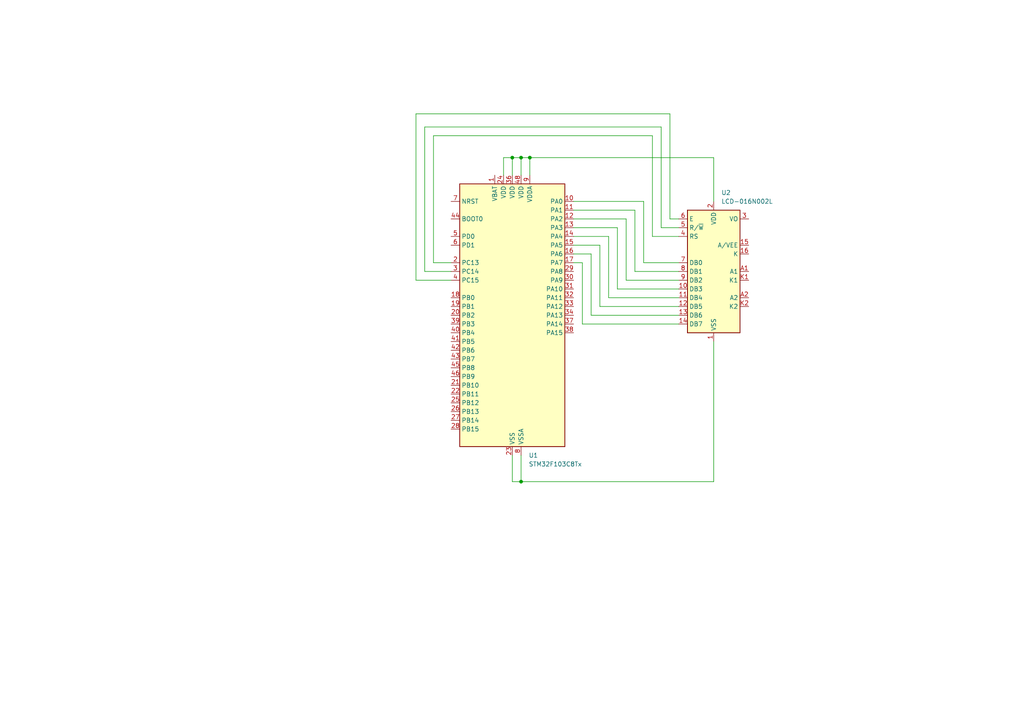
<source format=kicad_sch>
(kicad_sch (version 20231120) (generator "eeschema") (generator_version "8.0")
  (paper "A4")
  (lib_symbols
    (symbol "Display_Character:LCD-016N002L"
      (property "Reference" "U" (at -6.35 18.796 0))
      (property "Value" "LCD-016N002L" (at 8.636 18.796 0))
      (symbol "LCD-016N002L_1_1"
        (rectangle (start -7.62 17.78) (end 7.62 -17.78) (stroke (width 0.254)) (fill (type background)))
        (pin power_in line (at 0 -20.32 90) (length 2.54) (name "VSS") (number "1"))
        (pin bidirectional line (at -10.16 -5.08 0) (length 2.54) (name "DB3") (number "10"))
        (pin bidirectional line (at -10.16 -7.62 0) (length 2.54) (name "DB4") (number "11"))
        (pin bidirectional line (at -10.16 -10.16 0) (length 2.54) (name "DB5") (number "12"))
        (pin bidirectional line (at -10.16 -12.7 0) (length 2.54) (name "DB6") (number "13"))
        (pin bidirectional line (at -10.16 -15.24 0) (length 2.54) (name "DB7") (number "14"))
        (pin power_in line (at 10.16 7.62 180) (length 2.54) (name "A/VEE") (number "15"))
        (pin power_in line (at 10.16 5.08 180) (length 2.54) (name "K") (number "16"))
        (pin power_in line (at 0 20.32 270) (length 2.54) (name "VDD") (number "2"))
        (pin input line (at 10.16 15.24 180) (length 2.54) (name "VO") (number "3"))
        (pin input line (at -10.16 10.16 0) (length 2.54) (name "RS") (number "4"))
        (pin input line (at -10.16 12.7 0) (length 2.54) (name "R/~{W}") (number "5"))
        (pin input line (at -10.16 15.24 0) (length 2.54) (name "E") (number "6"))
        (pin bidirectional line (at -10.16 2.54 0) (length 2.54) (name "DB0") (number "7"))
        (pin bidirectional line (at -10.16 0 0) (length 2.54) (name "DB1") (number "8"))
        (pin bidirectional line (at -10.16 -2.54 0) (length 2.54) (name "DB2") (number "9"))
        (pin power_in line (at 10.16 0 180) (length 2.54) (name "A1") (number "A1"))
        (pin power_in line (at 10.16 -7.62 180) (length 2.54) (name "A2") (number "A2"))
        (pin power_in line (at 10.16 -2.54 180) (length 2.54) (name "K1") (number "K1"))
        (pin power_in line (at 10.16 -10.16 180) (length 2.54) (name "K2") (number "K2"))
      )
    )
    (symbol "MCU_ST_STM32F1:STM32F103C8Tx"
      (property "Reference" "U" (at -15.24 39.37 0))
      (property "Value" "STM32F103C8Tx" (at 7.62 39.37 0))
      (symbol "STM32F103C8Tx_0_1"
        (rectangle (start -15.24 -38.1) (end 15.24 38.1) (stroke (width 0.254)) (fill (type background)))
      )
      (symbol "STM32F103C8Tx_1_1"
        (pin power_in line (at -5.08 40.64 270) (length 2.54) (name "VBAT") (number "1"))
        (pin bidirectional line (at 17.78 33.02 180) (length 2.54) (name "PA0") (number "10"))
        (pin bidirectional line (at 17.78 30.48 180) (length 2.54) (name "PA1") (number "11"))
        (pin bidirectional line (at 17.78 27.94 180) (length 2.54) (name "PA2") (number "12"))
        (pin bidirectional line (at 17.78 25.4 180) (length 2.54) (name "PA3") (number "13"))
        (pin bidirectional line (at 17.78 22.86 180) (length 2.54) (name "PA4") (number "14"))
        (pin bidirectional line (at 17.78 20.32 180) (length 2.54) (name "PA5") (number "15"))
        (pin bidirectional line (at 17.78 17.78 180) (length 2.54) (name "PA6") (number "16"))
        (pin bidirectional line (at 17.78 15.24 180) (length 2.54) (name "PA7") (number "17"))
        (pin bidirectional line (at -17.78 5.08 0) (length 2.54) (name "PB0") (number "18"))
        (pin bidirectional line (at -17.78 2.54 0) (length 2.54) (name "PB1") (number "19"))
        (pin bidirectional line (at -17.78 15.24 0) (length 2.54) (name "PC13") (number "2"))
        (pin bidirectional line (at -17.78 0 0) (length 2.54) (name "PB2") (number "20"))
        (pin bidirectional line (at -17.78 -20.32 0) (length 2.54) (name "PB10") (number "21"))
        (pin bidirectional line (at -17.78 -22.86 0) (length 2.54) (name "PB11") (number "22"))
        (pin power_in line (at 0 -40.64 90) (length 2.54) (name "VSS") (number "23"))
        (pin power_in line (at -2.54 40.64 270) (length 2.54) (name "VDD") (number "24"))
        (pin bidirectional line (at -17.78 -25.4 0) (length 2.54) (name "PB12") (number "25"))
        (pin bidirectional line (at -17.78 -27.94 0) (length 2.54) (name "PB13") (number "26"))
        (pin bidirectional line (at -17.78 -30.48 0) (length 2.54) (name "PB14") (number "27"))
        (pin bidirectional line (at -17.78 -33.02 0) (length 2.54) (name "PB15") (number "28"))
        (pin bidirectional line (at 17.78 12.7 180) (length 2.54) (name "PA8") (number "29"))
        (pin bidirectional line (at -17.78 12.7 0) (length 2.54) (name "PC14") (number "3"))
        (pin bidirectional line (at 17.78 10.16 180) (length 2.54) (name "PA9") (number "30"))
        (pin bidirectional line (at 17.78 7.62 180) (length 2.54) (name "PA10") (number "31"))
        (pin bidirectional line (at 17.78 5.08 180) (length 2.54) (name "PA11") (number "32"))
        (pin bidirectional line (at 17.78 2.54 180) (length 2.54) (name "PA12") (number "33"))
        (pin bidirectional line (at 17.78 0 180) (length 2.54) (name "PA13") (number "34"))
        (pin passive line (at 0 -40.64 90) (length 2.54) hide (name "VSS") (number "35"))
        (pin power_in line (at 0 40.64 270) (length 2.54) (name "VDD") (number "36"))
        (pin bidirectional line (at 17.78 -2.54 180) (length 2.54) (name "PA14") (number "37"))
        (pin bidirectional line (at 17.78 -5.08 180) (length 2.54) (name "PA15") (number "38"))
        (pin bidirectional line (at -17.78 -2.54 0) (length 2.54) (name "PB3") (number "39"))
        (pin bidirectional line (at -17.78 10.16 0) (length 2.54) (name "PC15") (number "4"))
        (pin bidirectional line (at -17.78 -5.08 0) (length 2.54) (name "PB4") (number "40"))
        (pin bidirectional line (at -17.78 -7.62 0) (length 2.54) (name "PB5") (number "41"))
        (pin bidirectional line (at -17.78 -10.16 0) (length 2.54) (name "PB6") (number "42"))
        (pin bidirectional line (at -17.78 -12.7 0) (length 2.54) (name "PB7") (number "43"))
        (pin input line (at -17.78 27.94 0) (length 2.54) (name "BOOT0") (number "44"))
        (pin bidirectional line (at -17.78 -15.24 0) (length 2.54) (name "PB8") (number "45"))
        (pin bidirectional line (at -17.78 -17.78 0) (length 2.54) (name "PB9") (number "46"))
        (pin passive line (at 0 -40.64 90) (length 2.54) hide (name "VSS") (number "47"))
        (pin power_in line (at 2.54 40.64 270) (length 2.54) (name "VDD") (number "48"))
        (pin bidirectional line (at -17.78 22.86 0) (length 2.54) (name "PD0") (number "5"))
        (pin bidirectional line (at -17.78 20.32 0) (length 2.54) (name "PD1") (number "6"))
        (pin input line (at -17.78 33.02 0) (length 2.54) (name "NRST") (number "7"))
        (pin power_in line (at 2.54 -40.64 90) (length 2.54) (name "VSSA") (number "8"))
        (pin power_in line (at 5.08 40.64 270) (length 2.54) (name "VDDA") (number "9"))
      )
    )
  )
  (junction (at 148.59 45.72))
  (junction (at 151.13 139.7))
  (junction (at 153.67 45.72))
  (junction (at 151.13 45.72))
  (wire (pts (xy 146.05 50.8) (xy 146.05 45.72)))
  (wire (pts (xy 125.73 39.37) (xy 189.23 39.37)))
  (wire (pts (xy 151.13 132.08) (xy 151.13 139.7)))
  (wire (pts (xy 186.69 76.2) (xy 196.85 76.2)))
  (wire (pts (xy 153.67 45.72) (xy 207.01 45.72)))
  (wire (pts (xy 120.65 33.02) (xy 194.31 33.02)))
  (wire (pts (xy 168.91 93.98) (xy 196.85 93.98)))
  (wire (pts (xy 166.37 71.12) (xy 173.99 71.12)))
  (wire (pts (xy 166.37 58.42) (xy 186.69 58.42)))
  (wire (pts (xy 151.13 45.72) (xy 151.13 50.8)))
  (wire (pts (xy 186.69 58.42) (xy 186.69 76.2)))
  (wire (pts (xy 181.61 81.28) (xy 196.85 81.28)))
  (wire (pts (xy 153.67 45.72) (xy 153.67 50.8)))
  (wire (pts (xy 123.19 78.74) (xy 123.19 36.83)))
  (wire (pts (xy 189.23 39.37) (xy 189.23 68.58)))
  (wire (pts (xy 173.99 88.9) (xy 196.85 88.9)))
  (wire (pts (xy 176.53 86.36) (xy 196.85 86.36)))
  (wire (pts (xy 130.81 78.74) (xy 123.19 78.74)))
  (wire (pts (xy 179.07 83.82) (xy 196.85 83.82)))
  (wire (pts (xy 173.99 71.12) (xy 173.99 88.9)))
  (wire (pts (xy 171.45 73.66) (xy 171.45 91.44)))
  (wire (pts (xy 184.15 78.74) (xy 196.85 78.74)))
  (wire (pts (xy 166.37 73.66) (xy 171.45 73.66)))
  (wire (pts (xy 179.07 66.04) (xy 179.07 83.82)))
  (wire (pts (xy 148.59 139.7) (xy 151.13 139.7)))
  (wire (pts (xy 166.37 68.58) (xy 176.53 68.58)))
  (wire (pts (xy 151.13 139.7) (xy 207.01 139.7)))
  (wire (pts (xy 166.37 63.5) (xy 181.61 63.5)))
  (wire (pts (xy 207.01 139.7) (xy 207.01 99.06)))
  (wire (pts (xy 189.23 68.58) (xy 196.85 68.58)))
  (wire (pts (xy 184.15 60.96) (xy 184.15 78.74)))
  (wire (pts (xy 168.91 76.2) (xy 168.91 93.98)))
  (wire (pts (xy 166.37 76.2) (xy 168.91 76.2)))
  (wire (pts (xy 130.81 81.28) (xy 120.65 81.28)))
  (wire (pts (xy 166.37 66.04) (xy 179.07 66.04)))
  (wire (pts (xy 194.31 63.5) (xy 196.85 63.5)))
  (wire (pts (xy 171.45 91.44) (xy 196.85 91.44)))
  (wire (pts (xy 148.59 45.72) (xy 148.59 50.8)))
  (wire (pts (xy 125.73 76.2) (xy 125.73 39.37)))
  (wire (pts (xy 176.53 68.58) (xy 176.53 86.36)))
  (wire (pts (xy 166.37 60.96) (xy 184.15 60.96)))
  (wire (pts (xy 191.77 36.83) (xy 191.77 66.04)))
  (wire (pts (xy 123.19 36.83) (xy 191.77 36.83)))
  (wire (pts (xy 151.13 45.72) (xy 153.67 45.72)))
  (wire (pts (xy 181.61 63.5) (xy 181.61 81.28)))
  (wire (pts (xy 194.31 33.02) (xy 194.31 63.5)))
  (wire (pts (xy 148.59 132.08) (xy 148.59 139.7)))
  (wire (pts (xy 146.05 45.72) (xy 148.59 45.72)))
  (wire (pts (xy 191.77 66.04) (xy 196.85 66.04)))
  (wire (pts (xy 207.01 45.72) (xy 207.01 58.42)))
  (wire (pts (xy 120.65 81.28) (xy 120.65 33.02)))
  (wire (pts (xy 148.59 45.72) (xy 151.13 45.72)))
  (wire (pts (xy 130.81 76.2) (xy 125.73 76.2)))
  (symbol (lib_id "Display_Character:LCD-016N002L") (at 207.01 78.74 0) (unit 1)
    (property "Reference" "U2" (at 209.2041 55.88 0) (effects (justify left)))
    (property "Value" "LCD-016N002L" (at 209.2041 58.42 0) (effects (justify left)))
    (property "Footprint" "Display:LCD-016N002L" (effects (hide yes)))
    (property "Datasheet" "http://www.vishay.com/docs/37299/37299.pdf" (effects (hide yes)))
    (property "Description" "LCD 12x2, 8 bit parallel bus, 3V or 5V VDD" (effects (hide yes)))
  )
  (symbol (lib_id "MCU_ST_STM32F1:STM32F103C8Tx") (at 148.59 91.44 0) (unit 1)
    (property "Reference" "U1" (at 153.3241 132.08 0) (effects (justify left)))
    (property "Value" "STM32F103C8Tx" (at 153.3241 134.62 0) (effects (justify left)))
    (property "Footprint" "Package_QFP:LQFP-48_7x7mm_P0.5mm" (effects (hide yes)))
    (property "Datasheet" "https://www.st.com/resource/en/datasheet/stm32f103c8.pdf" (effects (hide yes)))
    (property "Description" "STMicroelectronics Arm Cortex-M3 MCU, 64KB flash, 20KB RAM, 72 MHz, 2.0-3.6V, 37 GPIO, LQFP48" (effects (hide yes)))
  )
)
</source>
